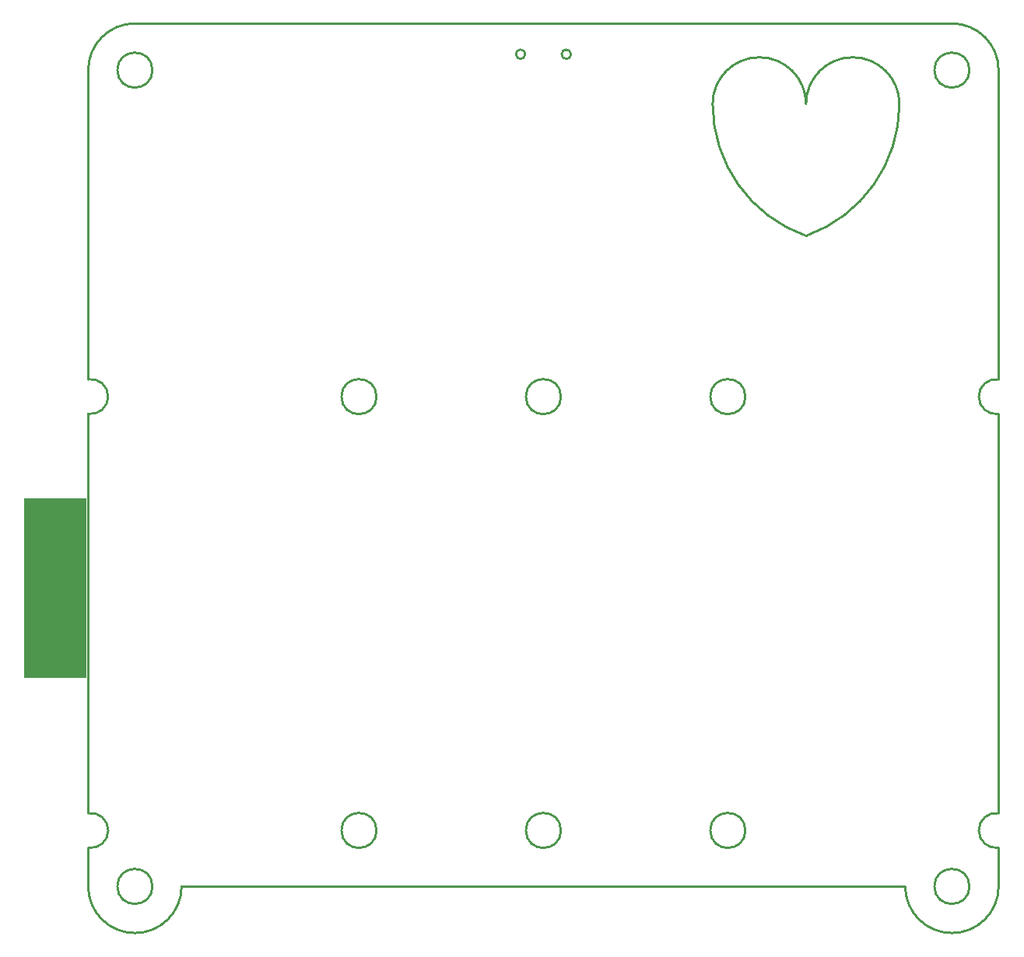
<source format=gko>
G04*
G04 #@! TF.GenerationSoftware,Altium Limited,Altium Designer,20.2.6 (244)*
G04*
G04 Layer_Color=16711935*
%FSLAX24Y24*%
%MOIN*%
G70*
G04*
G04 #@! TF.SameCoordinates,AAC5203C-1E5B-4ACD-AD40-D79658958D62*
G04*
G04*
G04 #@! TF.FilePolarity,Positive*
G04*
G01*
G75*
%ADD10C,0.0100*%
G36*
X19766Y26432D02*
Y34132D01*
X22416D01*
Y26432D01*
X19766D01*
D02*
G37*
D10*
X60250Y17500D02*
G03*
X60250Y17500I-750J0D01*
G01*
X25250D02*
G03*
X25250Y17500I-750J0D01*
G01*
X60250Y52500D02*
G03*
X60250Y52500I-750J0D01*
G01*
X25250D02*
G03*
X25250Y52500I-750J0D01*
G01*
X43180Y53180D02*
G03*
X43180Y53180I-200J0D01*
G01*
X41220D02*
G03*
X41220Y53180I-200J0D01*
G01*
X53269Y45400D02*
G03*
X57250Y51050I-2019J5650D01*
G01*
X49249D02*
G03*
X53275Y45383I6001J0D01*
G01*
X57250Y51050D02*
G03*
X53250Y51050I-2000J0D01*
G01*
D02*
G03*
X49250Y51050I-2000J0D01*
G01*
X22500Y37762D02*
G03*
X22500Y39247I104J743D01*
G01*
X22504Y19157D02*
G03*
X22504Y20643I104J743D01*
G01*
X61504Y39243D02*
G03*
X61504Y37757I-104J-743D01*
G01*
X42750Y38500D02*
G03*
X42750Y38500I-750J0D01*
G01*
Y19900D02*
G03*
X42750Y19900I-750J0D01*
G01*
X57500Y17500D02*
G03*
X61500Y17500I2000J0D01*
G01*
Y52500D02*
G03*
X59500Y54500I-2000J0D01*
G01*
X24500D02*
G03*
X22500Y52500I0J-2000D01*
G01*
Y17500D02*
G03*
X26500Y17500I2000J0D01*
G01*
X61504Y20643D02*
G03*
X61504Y19157I-104J-743D01*
G01*
X50650Y19900D02*
G03*
X50650Y19900I-750J0D01*
G01*
Y38500D02*
G03*
X50650Y38500I-750J0D01*
G01*
X34850D02*
G03*
X34850Y38500I-750J0D01*
G01*
Y19900D02*
G03*
X34850Y19900I-750J0D01*
G01*
X61500Y39247D02*
Y52500D01*
X22500Y17500D02*
Y19142D01*
Y39247D02*
Y52500D01*
X22504Y20643D02*
Y37757D01*
X61504Y20643D02*
Y37757D01*
X61500Y17500D02*
Y19142D01*
X26500Y17500D02*
X57500D01*
X24500Y54500D02*
X59500D01*
M02*

</source>
